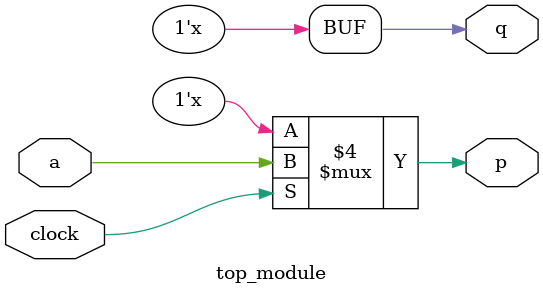
<source format=v>
module top_module (
    input clock,
    input a,
    output p,
    output q );
    
    always @ (*) begin
        if(clock == 1) begin
            p = a;
        end
        else begin
            q = p;
        end
    end

endmodule

</source>
